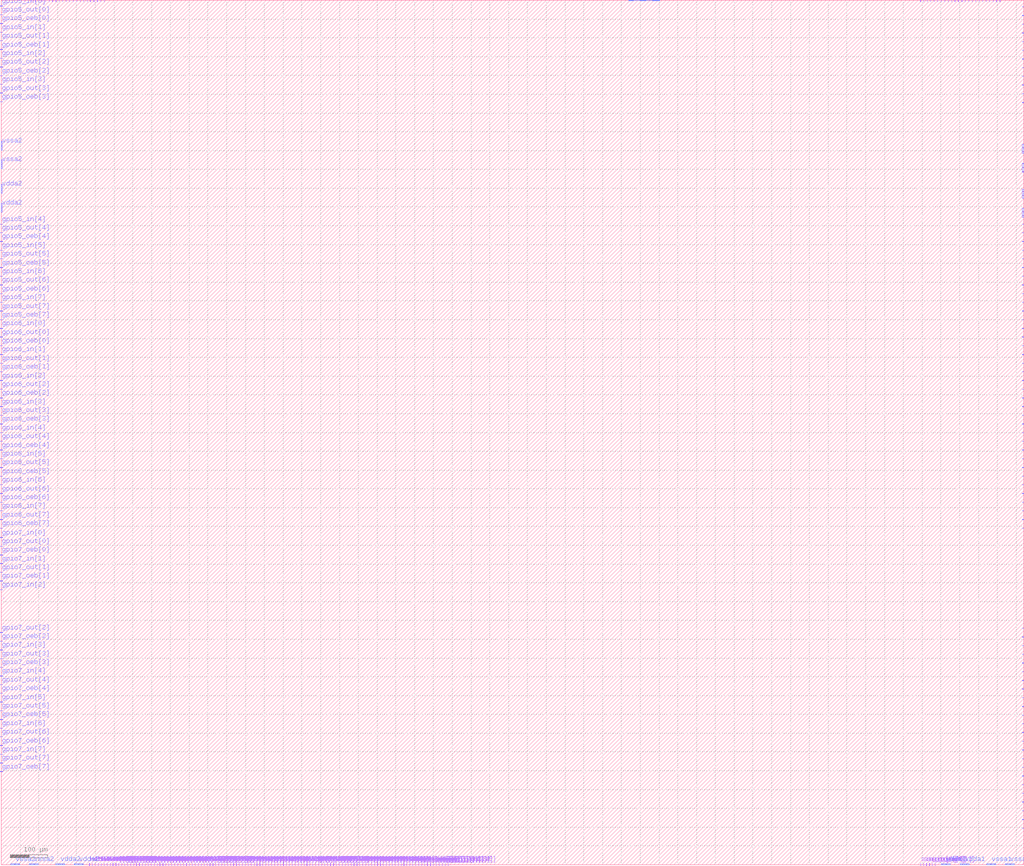
<source format=lef>
VERSION 5.7 ;
  NOWIREEXTENSIONATPIN ON ;
  DIVIDERCHAR "/" ;
  BUSBITCHARS "[]" ;
MACRO user_project_wrapper
  CLASS BLOCK ;
  FOREIGN user_project_wrapper ;
  ORIGIN 0.000 0.000 ;
  SIZE 2720.000 BY 2300.000 ;
  PIN gpio3_in[0]
    PORT
      LAYER met2 ;
        RECT 2657.050 2296.000 2657.330 2302.000 ;
    END
  END gpio3_in[0]
  PIN gpio3_in[1]
    PORT
      LAYER met2 ;
        RECT 2629.450 2296.000 2629.730 2302.000 ;
    END
  END gpio3_in[1]
  PIN gpio3_in[2]
    PORT
      LAYER met2 ;
        RECT 2601.850 2296.000 2602.130 2302.000 ;
    END
  END gpio3_in[2]
  PIN gpio3_in[3]
    PORT
      LAYER met2 ;
        RECT 2574.250 2296.000 2574.530 2302.000 ;
    END
  END gpio3_in[3]
  PIN gpio3_in[4]
    PORT
      LAYER met2 ;
        RECT 2546.650 2296.000 2546.930 2302.000 ;
    END
  END gpio3_in[4]
  PIN gpio3_in[5]
    PORT
      LAYER met2 ;
        RECT 2519.050 2296.000 2519.330 2302.000 ;
    END
  END gpio3_in[5]
  PIN gpio3_in[6]
    PORT
      LAYER met2 ;
        RECT 2491.450 2296.000 2491.730 2302.000 ;
    END
  END gpio3_in[6]
  PIN gpio3_in[7]
    PORT
      LAYER met2 ;
        RECT 2463.850 2296.000 2464.130 2302.000 ;
    END
  END gpio3_in[7]
  PIN gpio3_oeb[0]
    PORT
      LAYER met2 ;
        RECT 2638.650 2296.000 2638.930 2302.000 ;
    END
  END gpio3_oeb[0]
  PIN gpio3_oeb[1]
    PORT
      LAYER met2 ;
        RECT 2611.050 2296.000 2611.330 2302.000 ;
    END
  END gpio3_oeb[1]
  PIN gpio3_oeb[2]
    PORT
      LAYER met2 ;
        RECT 2583.450 2296.000 2583.730 2302.000 ;
    END
  END gpio3_oeb[2]
  PIN gpio3_oeb[3]
    PORT
      LAYER met2 ;
        RECT 2555.850 2296.000 2556.130 2302.000 ;
    END
  END gpio3_oeb[3]
  PIN gpio3_oeb[4]
    PORT
      LAYER met2 ;
        RECT 2528.250 2296.000 2528.530 2302.000 ;
    END
  END gpio3_oeb[4]
  PIN gpio3_oeb[5]
    PORT
      LAYER met2 ;
        RECT 2500.650 2296.000 2500.930 2302.000 ;
    END
  END gpio3_oeb[5]
  PIN gpio3_oeb[6]
    PORT
      LAYER met2 ;
        RECT 2473.050 2296.000 2473.330 2302.000 ;
    END
  END gpio3_oeb[6]
  PIN gpio3_oeb[7]
    PORT
      LAYER met2 ;
        RECT 2445.450 2296.000 2445.730 2302.000 ;
    END
  END gpio3_oeb[7]
  PIN gpio3_out[0]
    PORT
      LAYER met2 ;
        RECT 2647.850 2296.000 2648.130 2302.000 ;
    END
  END gpio3_out[0]
  PIN gpio3_out[1]
    PORT
      LAYER met2 ;
        RECT 2620.250 2296.000 2620.530 2302.000 ;
    END
  END gpio3_out[1]
  PIN gpio3_out[2]
    PORT
      LAYER met2 ;
        RECT 2592.650 2296.000 2592.930 2302.000 ;
    END
  END gpio3_out[2]
  PIN gpio3_out[3]
    PORT
      LAYER met2 ;
        RECT 2565.050 2296.000 2565.330 2302.000 ;
    END
  END gpio3_out[3]
  PIN gpio3_out[4]
    PORT
      LAYER met2 ;
        RECT 2537.450 2296.000 2537.730 2302.000 ;
    END
  END gpio3_out[4]
  PIN gpio3_out[5]
    PORT
      LAYER met2 ;
        RECT 2509.850 2296.000 2510.130 2302.000 ;
    END
  END gpio3_out[5]
  PIN gpio3_out[6]
    PORT
      LAYER met2 ;
        RECT 2482.250 2296.000 2482.530 2302.000 ;
    END
  END gpio3_out[6]
  PIN gpio3_out[7]
    PORT
      LAYER met2 ;
        RECT 2454.650 2296.000 2454.930 2302.000 ;
    END
  END gpio3_out[7]
  PIN gpio4_in[0]
    PORT
      LAYER met2 ;
        RECT 274.250 2296.000 274.530 2302.000 ;
    END
  END gpio4_in[0]
  PIN gpio4_in[1]
    PORT
      LAYER met2 ;
        RECT 246.650 2296.000 246.930 2302.000 ;
    END
  END gpio4_in[1]
  PIN gpio4_in[2]
    PORT
      LAYER met2 ;
        RECT 219.050 2296.000 219.330 2302.000 ;
    END
  END gpio4_in[2]
  PIN gpio4_in[3]
    PORT
      LAYER met2 ;
        RECT 191.450 2296.000 191.730 2302.000 ;
    END
  END gpio4_in[3]
  PIN gpio4_in[4]
    PORT
      LAYER met2 ;
        RECT 163.850 2296.000 164.130 2302.000 ;
    END
  END gpio4_in[4]
  PIN gpio4_in[5]
    PORT
      LAYER met2 ;
        RECT 136.250 2296.000 136.530 2302.000 ;
    END
  END gpio4_in[5]
  PIN gpio4_in[6]
    PORT
      LAYER met2 ;
        RECT 108.650 2296.000 108.930 2302.000 ;
    END
  END gpio4_in[6]
  PIN gpio4_in[7]
    PORT
      LAYER met2 ;
        RECT 81.050 2296.000 81.330 2302.000 ;
    END
  END gpio4_in[7]
  PIN gpio4_oeb[0]
    PORT
      LAYER met2 ;
        RECT 255.850 2296.000 256.130 2302.000 ;
    END
  END gpio4_oeb[0]
  PIN gpio4_oeb[1]
    PORT
      LAYER met2 ;
        RECT 228.250 2296.000 228.530 2302.000 ;
    END
  END gpio4_oeb[1]
  PIN gpio4_oeb[2]
    PORT
      LAYER met2 ;
        RECT 200.650 2296.000 200.930 2302.000 ;
    END
  END gpio4_oeb[2]
  PIN gpio4_oeb[3]
    PORT
      LAYER met2 ;
        RECT 173.050 2296.000 173.330 2302.000 ;
    END
  END gpio4_oeb[3]
  PIN gpio4_oeb[4]
    PORT
      LAYER met2 ;
        RECT 145.450 2296.000 145.730 2302.000 ;
    END
  END gpio4_oeb[4]
  PIN gpio4_oeb[5]
    PORT
      LAYER met2 ;
        RECT 117.850 2296.000 118.130 2302.000 ;
    END
  END gpio4_oeb[5]
  PIN gpio4_oeb[6]
    PORT
      LAYER met2 ;
        RECT 90.250 2296.000 90.530 2302.000 ;
    END
  END gpio4_oeb[6]
  PIN gpio4_oeb[7]
    PORT
      LAYER met2 ;
        RECT 62.650 2296.000 62.930 2302.000 ;
    END
  END gpio4_oeb[7]
  PIN gpio4_out[0]
    PORT
      LAYER met2 ;
        RECT 265.050 2296.000 265.330 2302.000 ;
    END
  END gpio4_out[0]
  PIN gpio4_out[1]
    PORT
      LAYER met2 ;
        RECT 237.450 2296.000 237.730 2302.000 ;
    END
  END gpio4_out[1]
  PIN gpio4_out[2]
    PORT
      LAYER met2 ;
        RECT 209.850 2296.000 210.130 2302.000 ;
    END
  END gpio4_out[2]
  PIN gpio4_out[3]
    PORT
      LAYER met2 ;
        RECT 182.250 2296.000 182.530 2302.000 ;
    END
  END gpio4_out[3]
  PIN gpio4_out[4]
    PORT
      LAYER met2 ;
        RECT 154.650 2296.000 154.930 2302.000 ;
    END
  END gpio4_out[4]
  PIN gpio4_out[5]
    PORT
      LAYER met2 ;
        RECT 127.050 2296.000 127.330 2302.000 ;
    END
  END gpio4_out[5]
  PIN gpio4_out[6]
    PORT
      LAYER met2 ;
        RECT 99.450 2296.000 99.730 2302.000 ;
    END
  END gpio4_out[6]
  PIN gpio4_out[7]
    PORT
      LAYER met2 ;
        RECT 71.850 2296.000 72.130 2302.000 ;
    END
  END gpio4_out[7]
  PIN HWDATA[18]
    PORT
      LAYER met2 ;
        RECT 649.110 -2.000 649.390 4.000 ;
    END
  END HWDATA[18]
  PIN HWDATA[19]
    PORT
      LAYER met2 ;
        RECT 656.930 -2.000 657.210 4.000 ;
    END
  END HWDATA[19]
  PIN HWDATA[1]
    PORT
      LAYER met2 ;
        RECT 516.170 -2.000 516.450 4.000 ;
    END
  END HWDATA[1]
  PIN HWDATA[20]
    PORT
      LAYER met2 ;
        RECT 664.750 -2.000 665.030 4.000 ;
    END
  END HWDATA[20]
  PIN HWDATA[21]
    PORT
      LAYER met2 ;
        RECT 672.570 -2.000 672.850 4.000 ;
    END
  END HWDATA[21]
  PIN HWDATA[22]
    PORT
      LAYER met2 ;
        RECT 680.390 -2.000 680.670 4.000 ;
    END
  END HWDATA[22]
  PIN HWDATA[23]
    PORT
      LAYER met2 ;
        RECT 688.210 -2.000 688.490 4.000 ;
    END
  END HWDATA[23]
  PIN HWDATA[24]
    PORT
      LAYER met2 ;
        RECT 696.030 -2.000 696.310 4.000 ;
    END
  END HWDATA[24]
  PIN HWDATA[25]
    PORT
      LAYER met2 ;
        RECT 703.850 -2.000 704.130 4.000 ;
    END
  END HWDATA[25]
  PIN HWDATA[2]
    PORT
      LAYER met2 ;
        RECT 523.990 -2.000 524.270 4.000 ;
    END
  END HWDATA[2]
  PIN HWDATA[3]
    PORT
      LAYER met2 ;
        RECT 531.810 -2.000 532.090 4.000 ;
    END
  END HWDATA[3]
  PIN HWDATA[4]
    PORT
      LAYER met2 ;
        RECT 539.630 -2.000 539.910 4.000 ;
    END
  END HWDATA[4]
  PIN HWDATA[5]
    PORT
      LAYER met2 ;
        RECT 547.450 -2.000 547.730 4.000 ;
    END
  END HWDATA[5]
  PIN HWDATA[6]
    PORT
      LAYER met2 ;
        RECT 555.270 -2.000 555.550 4.000 ;
    END
  END HWDATA[6]
  PIN HWDATA[7]
    PORT
      LAYER met2 ;
        RECT 563.090 -2.000 563.370 4.000 ;
    END
  END HWDATA[7]
  PIN HWDATA[8]
    PORT
      LAYER met2 ;
        RECT 570.910 -2.000 571.190 4.000 ;
    END
  END HWDATA[8]
  PIN HWDATA[9]
    PORT
      LAYER met2 ;
        RECT 578.730 -2.000 579.010 4.000 ;
    END
  END HWDATA[9]
  PIN HADDR[0]
    PORT
      LAYER met2 ;
        RECT 258.110 -2.000 258.390 4.000 ;
    END
  END HADDR[0]
  PIN HADDR[10]
    PORT
      LAYER met2 ;
        RECT 336.310 -2.000 336.590 4.000 ;
    END
  END HADDR[10]
  PIN HADDR[11]
    PORT
      LAYER met2 ;
        RECT 344.130 -2.000 344.410 4.000 ;
    END
  END HADDR[11]
  PIN HADDR[12]
    PORT
      LAYER met2 ;
        RECT 351.950 -2.000 352.230 4.000 ;
    END
  END HADDR[12]
  PIN HADDR[13]
    PORT
      LAYER met2 ;
        RECT 359.770 -2.000 360.050 4.000 ;
    END
  END HADDR[13]
  PIN HADDR[14]
    PORT
      LAYER met2 ;
        RECT 367.590 -2.000 367.870 4.000 ;
    END
  END HADDR[14]
  PIN HADDR[15]
    PORT
      LAYER met2 ;
        RECT 375.410 -2.000 375.690 4.000 ;
    END
  END HADDR[15]
  PIN HADDR[16]
    PORT
      LAYER met2 ;
        RECT 383.230 -2.000 383.510 4.000 ;
    END
  END HADDR[16]
  PIN HADDR[17]
    PORT
      LAYER met2 ;
        RECT 391.050 -2.000 391.330 4.000 ;
    END
  END HADDR[17]
  PIN HADDR[18]
    PORT
      LAYER met2 ;
        RECT 398.870 -2.000 399.150 4.000 ;
    END
  END HADDR[18]
  PIN HADDR[19]
    PORT
      LAYER met2 ;
        RECT 406.690 -2.000 406.970 4.000 ;
    END
  END HADDR[19]
  PIN HADDR[1]
    PORT
      LAYER met2 ;
        RECT 265.930 -2.000 266.210 4.000 ;
    END
  END HADDR[1]
  PIN HADDR[20]
    PORT
      LAYER met2 ;
        RECT 414.510 -2.000 414.790 4.000 ;
    END
  END HADDR[20]
  PIN HADDR[21]
    PORT
      LAYER met2 ;
        RECT 422.330 -2.000 422.610 4.000 ;
    END
  END HADDR[21]
  PIN HADDR[22]
    PORT
      LAYER met2 ;
        RECT 430.150 -2.000 430.430 4.000 ;
    END
  END HADDR[22]
  PIN HADDR[23]
    PORT
      LAYER met2 ;
        RECT 437.970 -2.000 438.250 4.000 ;
    END
  END HADDR[23]
  PIN HADDR[24]
    PORT
      LAYER met2 ;
        RECT 445.790 -2.000 446.070 4.000 ;
    END
  END HADDR[24]
  PIN HADDR[25]
    PORT
      LAYER met2 ;
        RECT 453.610 -2.000 453.890 4.000 ;
    END
  END HADDR[25]
  PIN HADDR[26]
    PORT
      LAYER met2 ;
        RECT 461.430 -2.000 461.710 4.000 ;
    END
  END HADDR[26]
  PIN HADDR[27]
    PORT
      LAYER met2 ;
        RECT 469.250 -2.000 469.530 4.000 ;
    END
  END HADDR[27]
  PIN HADDR[28]
    PORT
      LAYER met2 ;
        RECT 477.070 -2.000 477.350 4.000 ;
    END
  END HADDR[28]
  PIN HADDR[29]
    PORT
      LAYER met2 ;
        RECT 484.890 -2.000 485.170 4.000 ;
    END
  END HADDR[29]
  PIN HADDR[2]
    PORT
      LAYER met2 ;
        RECT 273.750 -2.000 274.030 4.000 ;
    END
  END HADDR[2]
  PIN HADDR[30]
    PORT
      LAYER met2 ;
        RECT 492.710 -2.000 492.990 4.000 ;
    END
  END HADDR[30]
  PIN HADDR[31]
    PORT
      LAYER met2 ;
        RECT 500.530 -2.000 500.810 4.000 ;
    END
  END HADDR[31]
  PIN HADDR[3]
    PORT
      LAYER met2 ;
        RECT 281.570 -2.000 281.850 4.000 ;
    END
  END HADDR[3]
  PIN HADDR[4]
    PORT
      LAYER met2 ;
        RECT 289.390 -2.000 289.670 4.000 ;
    END
  END HADDR[4]
  PIN HADDR[5]
    PORT
      LAYER met2 ;
        RECT 297.210 -2.000 297.490 4.000 ;
    END
  END HADDR[5]
  PIN HADDR[6]
    PORT
      LAYER met2 ;
        RECT 305.030 -2.000 305.310 4.000 ;
    END
  END HADDR[6]
  PIN HADDR[7]
    PORT
      LAYER met2 ;
        RECT 312.850 -2.000 313.130 4.000 ;
    END
  END HADDR[7]
  PIN HADDR[8]
    PORT
      LAYER met2 ;
        RECT 320.670 -2.000 320.950 4.000 ;
    END
  END HADDR[8]
  PIN HADDR[9]
    PORT
      LAYER met2 ;
        RECT 328.490 -2.000 328.770 4.000 ;
    END
  END HADDR[9]
  PIN HCLK
    PORT
      LAYER met2 ;
        RECT 234.650 -2.000 234.930 4.000 ;
    END
  END HCLK
  PIN HRESETn
    PORT
      LAYER met2 ;
        RECT 242.470 -2.000 242.750 4.000 ;
    END
  END HRESETn
  PIN HSEL
    PORT
      LAYER met2 ;
        RECT 250.290 -2.000 250.570 4.000 ;
    END
  END HSEL
  PIN HWDATA[0]
    PORT
      LAYER met2 ;
        RECT 508.350 -2.000 508.630 4.000 ;
    END
  END HWDATA[0]
  PIN HWDATA[10]
    PORT
      LAYER met2 ;
        RECT 586.550 -2.000 586.830 4.000 ;
    END
  END HWDATA[10]
  PIN HWDATA[11]
    PORT
      LAYER met2 ;
        RECT 594.370 -2.000 594.650 4.000 ;
    END
  END HWDATA[11]
  PIN HWDATA[12]
    PORT
      LAYER met2 ;
        RECT 602.190 -2.000 602.470 4.000 ;
    END
  END HWDATA[12]
  PIN HWDATA[13]
    PORT
      LAYER met2 ;
        RECT 610.010 -2.000 610.290 4.000 ;
    END
  END HWDATA[13]
  PIN HWDATA[14]
    PORT
      LAYER met2 ;
        RECT 617.830 -2.000 618.110 4.000 ;
    END
  END HWDATA[14]
  PIN HWDATA[15]
    PORT
      LAYER met2 ;
        RECT 625.650 -2.000 625.930 4.000 ;
    END
  END HWDATA[15]
  PIN HWDATA[16]
    PORT
      LAYER met2 ;
        RECT 633.470 -2.000 633.750 4.000 ;
    END
  END HWDATA[16]
  PIN HWDATA[17]
    PORT
      LAYER met2 ;
        RECT 641.290 -2.000 641.570 4.000 ;
    END
  END HWDATA[17]
  PIN HRDATA[4]
    PORT
      LAYER met2 ;
        RECT 844.610 -2.000 844.890 4.000 ;
    END
  END HRDATA[4]
  PIN HRDATA[5]
    PORT
      LAYER met2 ;
        RECT 852.430 -2.000 852.710 4.000 ;
    END
  END HRDATA[5]
  PIN HRDATA[6]
    PORT
      LAYER met2 ;
        RECT 860.250 -2.000 860.530 4.000 ;
    END
  END HRDATA[6]
  PIN HRDATA[7]
    PORT
      LAYER met2 ;
        RECT 868.070 -2.000 868.350 4.000 ;
    END
  END HRDATA[7]
  PIN HREADY
    PORT
      LAYER met2 ;
        RECT 758.590 -2.000 758.870 4.000 ;
    END
  END HREADY
  PIN HWDATA[27]
    PORT
      LAYER met2 ;
        RECT 719.490 -2.000 719.770 4.000 ;
    END
  END HWDATA[27]
  PIN HWRITE
    PORT
      LAYER met2 ;
        RECT 766.410 -2.000 766.690 4.000 ;
    END
  END HWRITE
  PIN HSIZE[0]
    PORT
      LAYER met2 ;
        RECT 789.870 -2.000 790.150 4.000 ;
    END
  END HSIZE[0]
  PIN HSIZE[1]
    PORT
      LAYER met2 ;
        RECT 797.690 -2.000 797.970 4.000 ;
    END
  END HSIZE[1]
  PIN HSIZE[2]
    PORT
      LAYER met2 ;
        RECT 805.510 -2.000 805.790 4.000 ;
    END
  END HSIZE[2]
  PIN HTRANS[0]
    PORT
      LAYER met2 ;
        RECT 774.230 -2.000 774.510 4.000 ;
    END
  END HTRANS[0]
  PIN HTRANS[1]
    PORT
      LAYER met2 ;
        RECT 782.050 -2.000 782.330 4.000 ;
    END
  END HTRANS[1]
  PIN HWDATA[28]
    PORT
      LAYER met2 ;
        RECT 727.310 -2.000 727.590 4.000 ;
    END
  END HWDATA[28]
  PIN HWDATA[29]
    PORT
      LAYER met2 ;
        RECT 735.130 -2.000 735.410 4.000 ;
    END
  END HWDATA[29]
  PIN HWDATA[26]
    PORT
      LAYER met2 ;
        RECT 711.670 -2.000 711.950 4.000 ;
    END
  END HWDATA[26]
  PIN HWDATA[30]
    PORT
      LAYER met2 ;
        RECT 742.950 -2.000 743.230 4.000 ;
    END
  END HWDATA[30]
  PIN HWDATA[31]
    PORT
      LAYER met2 ;
        RECT 750.770 -2.000 751.050 4.000 ;
    END
  END HWDATA[31]
  PIN HRDATA[0]
    PORT
      LAYER met2 ;
        RECT 813.330 -2.000 813.610 4.000 ;
    END
  END HRDATA[0]
  PIN HRDATA[1]
    PORT
      LAYER met2 ;
        RECT 821.150 -2.000 821.430 4.000 ;
    END
  END HRDATA[1]
  PIN HRDATA[2]
    PORT
      LAYER met2 ;
        RECT 828.970 -2.000 829.250 4.000 ;
    END
  END HRDATA[2]
  PIN HRDATA[3]
    PORT
      LAYER met2 ;
        RECT 836.790 -2.000 837.070 4.000 ;
    END
  END HRDATA[3]
  PIN HRDATA[12]
    PORT
      LAYER met2 ;
        RECT 907.170 -2.000 907.450 4.000 ;
    END
  END HRDATA[12]
  PIN HRDATA[13]
    PORT
      LAYER met2 ;
        RECT 914.990 -2.000 915.270 4.000 ;
    END
  END HRDATA[13]
  PIN HRDATA[14]
    PORT
      LAYER met2 ;
        RECT 922.810 -2.000 923.090 4.000 ;
    END
  END HRDATA[14]
  PIN HRDATA[15]
    PORT
      LAYER met2 ;
        RECT 930.630 -2.000 930.910 4.000 ;
    END
  END HRDATA[15]
  PIN HRDATA[16]
    PORT
      LAYER met2 ;
        RECT 938.450 -2.000 938.730 4.000 ;
    END
  END HRDATA[16]
  PIN HRDATA[8]
    PORT
      LAYER met2 ;
        RECT 875.890 -2.000 876.170 4.000 ;
    END
  END HRDATA[8]
  PIN HRDATA[9]
    PORT
      LAYER met2 ;
        RECT 883.710 -2.000 883.990 4.000 ;
    END
  END HRDATA[9]
  PIN HRDATA[17]
    PORT
      LAYER met2 ;
        RECT 946.270 -2.000 946.550 4.000 ;
    END
  END HRDATA[17]
  PIN HREADYOUT
    PORT
      LAYER met2 ;
        RECT 1063.570 -2.000 1063.850 4.000 ;
    END
  END HREADYOUT
  PIN HRDATA[18]
    PORT
      LAYER met2 ;
        RECT 954.090 -2.000 954.370 4.000 ;
    END
  END HRDATA[18]
  PIN HRDATA[19]
    PORT
      LAYER met2 ;
        RECT 961.910 -2.000 962.190 4.000 ;
    END
  END HRDATA[19]
  PIN HRDATA[10]
    PORT
      LAYER met2 ;
        RECT 891.530 -2.000 891.810 4.000 ;
    END
  END HRDATA[10]
  PIN HRDATA[20]
    PORT
      LAYER met2 ;
        RECT 969.730 -2.000 970.010 4.000 ;
    END
  END HRDATA[20]
  PIN HRDATA[21]
    PORT
      LAYER met2 ;
        RECT 977.550 -2.000 977.830 4.000 ;
    END
  END HRDATA[21]
  PIN HRDATA[22]
    PORT
      LAYER met2 ;
        RECT 985.370 -2.000 985.650 4.000 ;
    END
  END HRDATA[22]
  PIN HRDATA[23]
    PORT
      LAYER met2 ;
        RECT 993.190 -2.000 993.470 4.000 ;
    END
  END HRDATA[23]
  PIN HRDATA[24]
    PORT
      LAYER met2 ;
        RECT 1001.010 -2.000 1001.290 4.000 ;
    END
  END HRDATA[24]
  PIN user_irq[0]
    PORT
      LAYER met2 ;
        RECT 1071.390 -2.000 1071.670 4.000 ;
    END
  END user_irq[0]
  PIN user_irq[10]
    PORT
      LAYER met2 ;
        RECT 1149.590 -2.000 1149.870 4.000 ;
    END
  END user_irq[10]
  PIN user_irq[11]
    PORT
      LAYER met2 ;
        RECT 1157.410 -2.000 1157.690 4.000 ;
    END
  END user_irq[11]
  PIN user_irq[12]
    PORT
      LAYER met2 ;
        RECT 1165.230 -2.000 1165.510 4.000 ;
    END
  END user_irq[12]
  PIN user_irq[13]
    PORT
      LAYER met2 ;
        RECT 1173.050 -2.000 1173.330 4.000 ;
    END
  END user_irq[13]
  PIN user_irq[14]
    PORT
      LAYER met2 ;
        RECT 1180.870 -2.000 1181.150 4.000 ;
    END
  END user_irq[14]
  PIN user_irq[15]
    PORT
      LAYER met2 ;
        RECT 1188.690 -2.000 1188.970 4.000 ;
    END
  END user_irq[15]
  PIN user_irq[1]
    PORT
      LAYER met2 ;
        RECT 1079.210 -2.000 1079.490 4.000 ;
    END
  END user_irq[1]
  PIN user_irq[2]
    PORT
      LAYER met2 ;
        RECT 1087.030 -2.000 1087.310 4.000 ;
    END
  END user_irq[2]
  PIN user_irq[3]
    PORT
      LAYER met2 ;
        RECT 1094.850 -2.000 1095.130 4.000 ;
    END
  END user_irq[3]
  PIN user_irq[4]
    PORT
      LAYER met2 ;
        RECT 1102.670 -2.000 1102.950 4.000 ;
    END
  END user_irq[4]
  PIN user_irq[5]
    PORT
      LAYER met2 ;
        RECT 1110.490 -2.000 1110.770 4.000 ;
    END
  END user_irq[5]
  PIN user_irq[6]
    PORT
      LAYER met2 ;
        RECT 1118.310 -2.000 1118.590 4.000 ;
    END
  END user_irq[6]
  PIN user_irq[7]
    PORT
      LAYER met2 ;
        RECT 1126.130 -2.000 1126.410 4.000 ;
    END
  END user_irq[7]
  PIN user_irq[8]
    PORT
      LAYER met2 ;
        RECT 1133.950 -2.000 1134.230 4.000 ;
    END
  END user_irq[8]
  PIN user_irq[9]
    PORT
      LAYER met2 ;
        RECT 1141.770 -2.000 1142.050 4.000 ;
    END
  END user_irq[9]
  PIN HRDATA[25]
    PORT
      LAYER met2 ;
        RECT 1008.830 -2.000 1009.110 4.000 ;
    END
  END HRDATA[25]
  PIN HRDATA[26]
    PORT
      LAYER met2 ;
        RECT 1016.650 -2.000 1016.930 4.000 ;
    END
  END HRDATA[26]
  PIN HRDATA[27]
    PORT
      LAYER met2 ;
        RECT 1024.470 -2.000 1024.750 4.000 ;
    END
  END HRDATA[27]
  PIN HRDATA[28]
    PORT
      LAYER met2 ;
        RECT 1032.290 -2.000 1032.570 4.000 ;
    END
  END HRDATA[28]
  PIN HRDATA[29]
    PORT
      LAYER met2 ;
        RECT 1040.110 -2.000 1040.390 4.000 ;
    END
  END HRDATA[29]
  PIN HRDATA[11]
    PORT
      LAYER met2 ;
        RECT 899.350 -2.000 899.630 4.000 ;
    END
  END HRDATA[11]
  PIN HRDATA[30]
    PORT
      LAYER met2 ;
        RECT 1047.930 -2.000 1048.210 4.000 ;
    END
  END HRDATA[30]
  PIN HRDATA[31]
    PORT
      LAYER met2 ;
        RECT 1055.750 -2.000 1056.030 4.000 ;
    END
  END HRDATA[31]
  PIN sio_oeb[1]
    PORT
      LAYER met2 ;
        RECT 2485.070 -2.000 2485.350 4.000 ;
    END
  END sio_oeb[1]
  PIN sio_out[0]
    PORT
      LAYER met2 ;
        RECT 2453.790 -2.000 2454.070 4.000 ;
    END
  END sio_out[0]
  PIN sio_out[1]
    PORT
      LAYER met2 ;
        RECT 2477.250 -2.000 2477.530 4.000 ;
    END
  END sio_out[1]
  PIN sio_in[0]
    PORT
      LAYER met2 ;
        RECT 2445.970 -2.000 2446.250 4.000 ;
    END
  END sio_in[0]
  PIN sio_in[1]
    PORT
      LAYER met2 ;
        RECT 2469.430 -2.000 2469.710 4.000 ;
    END
  END sio_in[1]
  PIN sio_oeb[0]
    PORT
      LAYER met2 ;
        RECT 2461.610 -2.000 2461.890 4.000 ;
    END
  END sio_oeb[0]
  PIN vssa1
    PORT
      LAYER met4 ;
        RECT 2621.510 0.000 2645.410 3.190 ;
    END
    PORT
      LAYER met4 ;
        RECT 2671.405 0.000 2695.305 3.190 ;
    END
    PORT
      LAYER met3 ;
        RECT 2716.780 1842.855 2720.000 1866.755 ;
    END
    PORT
      LAYER met3 ;
        RECT 2716.780 1892.750 2720.000 1916.650 ;
    END
  END vssa1
  PIN vdda1
    PORT
      LAYER met4 ;
        RECT 2551.405 0.000 2575.305 3.190 ;
    END
    PORT
      LAYER met4 ;
        RECT 2501.510 0.000 2525.410 3.190 ;
    END
    PORT
      LAYER met3 ;
        RECT 2716.780 1772.755 2720.000 1796.655 ;
    END
    PORT
      LAYER met3 ;
        RECT 2716.780 1722.860 2720.000 1746.760 ;
    END
  END vdda1
  PIN vdda2
    PORT
      LAYER met4 ;
        RECT 194.590 0.000 218.490 3.190 ;
    END
    PORT
      LAYER met4 ;
        RECT 144.695 0.000 168.595 3.190 ;
    END
    PORT
      LAYER met3 ;
        RECT 0.000 1736.645 3.220 1760.545 ;
    END
    PORT
      LAYER met3 ;
        RECT 0.000 1786.540 3.220 1810.440 ;
    END
  END vdda2
  PIN vssa2
    PORT
      LAYER met4 ;
        RECT 24.695 0.000 48.595 3.190 ;
    END
    PORT
      LAYER met4 ;
        RECT 74.590 0.000 98.490 3.190 ;
    END
    PORT
      LAYER met3 ;
        RECT 0.000 1851.645 3.220 1875.545 ;
    END
    PORT
      LAYER met3 ;
        RECT 0.000 1901.540 3.220 1925.440 ;
    END
  END vssa2
  PIN voutref
    PORT
      LAYER met4 ;
        RECT 1669.965 2298.500 1670.605 2300.000 ;
    END
  END voutref
  PIN ibias100
    PORT
      LAYER met4 ;
        RECT 1695.565 2298.500 1696.205 2300.000 ;
    END
  END ibias100
  PIN ibias50
    PORT
      LAYER met4 ;
        RECT 1693.005 2298.500 1693.645 2300.000 ;
    END
  END ibias50
  PIN gpio3_1_analog
    PORT
      LAYER met4 ;
        RECT 1749.325 2298.500 1749.965 2300.000 ;
    END
  END gpio3_1_analog
  PIN gpio3_2_analog
    PORT
      LAYER met4 ;
        RECT 1746.765 2298.500 1747.405 2300.000 ;
    END
  END gpio3_2_analog
  PIN gpio3_3_analog
    PORT
      LAYER met4 ;
        RECT 1744.205 2298.500 1744.845 2300.000 ;
    END
  END gpio3_3_analog
  PIN gpio3_4_analog
    PORT
      LAYER met4 ;
        RECT 1741.645 2298.500 1742.285 2300.000 ;
    END
  END gpio3_4_analog
  PIN gpio3_5_analog
    PORT
      LAYER met4 ;
        RECT 1739.085 2298.500 1739.725 2300.000 ;
    END
  END gpio3_5_analog
  PIN gpio3_6_analog
    PORT
      LAYER met4 ;
        RECT 1736.525 2298.500 1737.165 2300.000 ;
    END
  END gpio3_6_analog
  PIN gpio3_7_analog
    PORT
      LAYER met4 ;
        RECT 1733.965 2298.500 1734.605 2300.000 ;
    END
  END gpio3_7_analog
  PIN gpio4_0_analog
    PORT
      LAYER met4 ;
        RECT 1731.405 2298.500 1732.045 2300.000 ;
    END
  END gpio4_0_analog
  PIN gpio4_1_analog
    PORT
      LAYER met4 ;
        RECT 1728.845 2298.500 1729.485 2300.000 ;
    END
  END gpio4_1_analog
  PIN gpio4_2_analog
    PORT
      LAYER met4 ;
        RECT 1726.285 2298.500 1726.925 2300.000 ;
    END
  END gpio4_2_analog
  PIN gpio4_3_analog
    PORT
      LAYER met4 ;
        RECT 1723.725 2298.500 1724.365 2300.000 ;
    END
  END gpio4_3_analog
  PIN gpio4_4_analog
    PORT
      LAYER met4 ;
        RECT 1721.165 2298.500 1721.805 2300.000 ;
    END
  END gpio4_4_analog
  PIN gpio4_5_analog
    PORT
      LAYER met4 ;
        RECT 1718.605 2298.500 1719.245 2300.000 ;
    END
  END gpio4_5_analog
  PIN gpio4_6_analog
    PORT
      LAYER met4 ;
        RECT 1716.045 2298.500 1716.685 2300.000 ;
    END
  END gpio4_6_analog
  PIN gpio4_7_analog
    PORT
      LAYER met4 ;
        RECT 1713.485 2298.500 1714.125 2300.000 ;
    END
  END gpio4_7_analog
  PIN ulpcomp_p
    PORT
      LAYER met4 ;
        RECT 1710.925 2298.500 1711.565 2300.000 ;
    END
  END ulpcomp_p
  PIN ulpcomp_n
    PORT
      LAYER met4 ;
        RECT 1708.365 2298.500 1709.005 2300.000 ;
    END
  END ulpcomp_n
  PIN comp_p
    PORT
      LAYER met4 ;
        RECT 1705.805 2298.500 1706.445 2300.000 ;
    END
  END comp_p
  PIN comp_n
    PORT
      LAYER met4 ;
        RECT 1703.245 2298.500 1703.885 2300.000 ;
    END
  END comp_n
  PIN adc1
    PORT
      LAYER met4 ;
        RECT 1700.685 2298.500 1701.325 2300.000 ;
    END
  END adc1
  PIN adc0
    PORT
      LAYER met4 ;
        RECT 1698.125 2298.500 1698.765 2300.000 ;
    END
  END adc0
  PIN vbgsc
    PORT
      LAYER met4 ;
        RECT 1690.445 2298.500 1691.085 2300.000 ;
    END
  END vbgsc
  PIN vbgtc
    PORT
      LAYER met4 ;
        RECT 1687.885 2298.500 1688.525 2300.000 ;
    END
  END vbgtc
  PIN dac1
    PORT
      LAYER met4 ;
        RECT 1685.325 2298.500 1685.965 2300.000 ;
    END
  END dac1
  PIN dac0
    PORT
      LAYER met4 ;
        RECT 1682.765 2298.500 1683.405 2300.000 ;
    END
  END dac0
  PIN tempsense
    PORT
      LAYER met4 ;
        RECT 1680.205 2298.500 1680.845 2300.000 ;
    END
  END tempsense
  PIN right_vref
    PORT
      LAYER met4 ;
        RECT 1677.645 2298.500 1678.285 2300.000 ;
    END
  END right_vref
  PIN left_vref
    PORT
      LAYER met4 ;
        RECT 1675.085 2298.500 1675.725 2300.000 ;
    END
  END left_vref
  PIN vinref
    PORT
      LAYER met4 ;
        RECT 1672.525 2298.500 1673.165 2300.000 ;
    END
  END vinref
  PIN gpio3_0_analog
    PORT
      LAYER met4 ;
        RECT 1751.885 2298.500 1752.525 2300.000 ;
    END
  END gpio3_0_analog
  PIN gpio1_out[5]
    PORT
      LAYER met3 ;
        RECT 2716.000 1264.840 2722.000 1265.440 ;
    END
  END gpio1_out[5]
  PIN gpio1_oeb[5]
    PORT
      LAYER met3 ;
        RECT 2716.000 1287.960 2722.000 1288.560 ;
    END
  END gpio1_oeb[5]
  PIN gpio1_oeb[6]
    PORT
      LAYER met3 ;
        RECT 2716.000 1357.320 2722.000 1357.920 ;
    END
  END gpio1_oeb[6]
  PIN gpio1_oeb[7]
    PORT
      LAYER met3 ;
        RECT 2716.000 1426.680 2722.000 1427.280 ;
    END
  END gpio1_oeb[7]
  PIN gpio1_in[6]
    PORT
      LAYER met3 ;
        RECT 2716.000 1311.080 2722.000 1311.680 ;
    END
  END gpio1_in[6]
  PIN gpio1_out[6]
    PORT
      LAYER met3 ;
        RECT 2716.000 1334.200 2722.000 1334.800 ;
    END
  END gpio1_out[6]
  PIN gpio1_out[7]
    PORT
      LAYER met3 ;
        RECT 2716.000 1403.560 2722.000 1404.160 ;
    END
  END gpio1_out[7]
  PIN gpio2_in[0]
    PORT
      LAYER met3 ;
        RECT 2716.000 1449.800 2722.000 1450.400 ;
    END
  END gpio2_in[0]
  PIN gpio2_in[1]
    PORT
      LAYER met3 ;
        RECT 2716.000 1519.160 2722.000 1519.760 ;
    END
  END gpio2_in[1]
  PIN gpio2_in[2]
    PORT
      LAYER met3 ;
        RECT 2716.000 1588.520 2722.000 1589.120 ;
    END
  END gpio2_in[2]
  PIN gpio2_in[3]
    PORT
      LAYER met3 ;
        RECT 2716.000 1657.880 2722.000 1658.480 ;
    END
  END gpio2_in[3]
  PIN gpio2_in[4]
    PORT
      LAYER met3 ;
        RECT 2716.000 2027.800 2722.000 2028.400 ;
    END
  END gpio2_in[4]
  PIN gpio2_in[5]
    PORT
      LAYER met3 ;
        RECT 2716.000 2097.160 2722.000 2097.760 ;
    END
  END gpio2_in[5]
  PIN gpio2_in[6]
    PORT
      LAYER met3 ;
        RECT 2716.000 2166.520 2722.000 2167.120 ;
    END
  END gpio2_in[6]
  PIN gpio2_in[7]
    PORT
      LAYER met3 ;
        RECT 2716.000 2235.880 2722.000 2236.480 ;
    END
  END gpio2_in[7]
  PIN gpio2_oeb[0]
    PORT
      LAYER met3 ;
        RECT 2716.000 1496.040 2722.000 1496.640 ;
    END
  END gpio2_oeb[0]
  PIN gpio2_oeb[1]
    PORT
      LAYER met3 ;
        RECT 2716.000 1565.400 2722.000 1566.000 ;
    END
  END gpio2_oeb[1]
  PIN gpio2_oeb[2]
    PORT
      LAYER met3 ;
        RECT 2716.000 1634.760 2722.000 1635.360 ;
    END
  END gpio2_oeb[2]
  PIN gpio2_oeb[3]
    PORT
      LAYER met3 ;
        RECT 2716.000 1704.120 2722.000 1704.720 ;
    END
  END gpio2_oeb[3]
  PIN gpio2_oeb[4]
    PORT
      LAYER met3 ;
        RECT 2716.000 2074.040 2722.000 2074.640 ;
    END
  END gpio2_oeb[4]
  PIN gpio2_oeb[5]
    PORT
      LAYER met3 ;
        RECT 2716.000 2143.400 2722.000 2144.000 ;
    END
  END gpio2_oeb[5]
  PIN gpio2_oeb[6]
    PORT
      LAYER met3 ;
        RECT 2716.000 2212.760 2722.000 2213.360 ;
    END
  END gpio2_oeb[6]
  PIN gpio2_oeb[7]
    PORT
      LAYER met3 ;
        RECT 2716.000 2282.120 2722.000 2282.720 ;
    END
  END gpio2_oeb[7]
  PIN gpio2_out[0]
    PORT
      LAYER met3 ;
        RECT 2716.000 1472.920 2722.000 1473.520 ;
    END
  END gpio2_out[0]
  PIN gpio2_out[1]
    PORT
      LAYER met3 ;
        RECT 2716.000 1542.280 2722.000 1542.880 ;
    END
  END gpio2_out[1]
  PIN gpio2_out[2]
    PORT
      LAYER met3 ;
        RECT 2716.000 1611.640 2722.000 1612.240 ;
    END
  END gpio2_out[2]
  PIN gpio2_out[3]
    PORT
      LAYER met3 ;
        RECT 2716.000 1681.000 2722.000 1681.600 ;
    END
  END gpio2_out[3]
  PIN gpio2_out[4]
    PORT
      LAYER met3 ;
        RECT 2716.000 2050.920 2722.000 2051.520 ;
    END
  END gpio2_out[4]
  PIN gpio2_out[5]
    PORT
      LAYER met3 ;
        RECT 2716.000 2120.280 2722.000 2120.880 ;
    END
  END gpio2_out[5]
  PIN gpio2_out[6]
    PORT
      LAYER met3 ;
        RECT 2716.000 2189.640 2722.000 2190.240 ;
    END
  END gpio2_out[6]
  PIN gpio2_out[7]
    PORT
      LAYER met3 ;
        RECT 2716.000 2259.000 2722.000 2259.600 ;
    END
  END gpio2_out[7]
  PIN gpio1_in[7]
    PORT
      LAYER met3 ;
        RECT 2716.000 1380.440 2722.000 1381.040 ;
    END
  END gpio1_in[7]
  PIN gpio1_oeb[4]
    PORT
      LAYER met3 ;
        RECT 2716.000 1218.600 2722.000 1219.200 ;
    END
  END gpio1_oeb[4]
  PIN gpio1_out[4]
    PORT
      LAYER met3 ;
        RECT 2716.000 1195.480 2722.000 1196.080 ;
    END
  END gpio1_out[4]
  PIN gpio1_in[5]
    PORT
      LAYER met3 ;
        RECT 2716.000 1241.720 2722.000 1242.320 ;
    END
  END gpio1_in[5]
  PIN gpio5_in[7]
    PORT
      LAYER met3 ;
        RECT -2.000 1496.040 4.000 1496.640 ;
    END
  END gpio5_in[7]
  PIN gpio5_oeb[0]
    PORT
      LAYER met3 ;
        RECT -2.000 2237.880 4.000 2238.480 ;
    END
  END gpio5_oeb[0]
  PIN gpio5_oeb[1]
    PORT
      LAYER met3 ;
        RECT -2.000 2168.520 4.000 2169.120 ;
    END
  END gpio5_oeb[1]
  PIN gpio5_oeb[2]
    PORT
      LAYER met3 ;
        RECT -2.000 2099.160 4.000 2099.760 ;
    END
  END gpio5_oeb[2]
  PIN gpio5_oeb[3]
    PORT
      LAYER met3 ;
        RECT -2.000 2029.800 4.000 2030.400 ;
    END
  END gpio5_oeb[3]
  PIN gpio5_oeb[4]
    PORT
      LAYER met3 ;
        RECT -2.000 1657.880 4.000 1658.480 ;
    END
  END gpio5_oeb[4]
  PIN gpio5_oeb[5]
    PORT
      LAYER met3 ;
        RECT -2.000 1588.520 4.000 1589.120 ;
    END
  END gpio5_oeb[5]
  PIN gpio5_oeb[6]
    PORT
      LAYER met3 ;
        RECT -2.000 1519.160 4.000 1519.760 ;
    END
  END gpio5_oeb[6]
  PIN gpio5_oeb[7]
    PORT
      LAYER met3 ;
        RECT -2.000 1449.800 4.000 1450.400 ;
    END
  END gpio5_oeb[7]
  PIN gpio5_out[0]
    PORT
      LAYER met3 ;
        RECT -2.000 2261.000 4.000 2261.600 ;
    END
  END gpio5_out[0]
  PIN gpio5_out[1]
    PORT
      LAYER met3 ;
        RECT -2.000 2191.640 4.000 2192.240 ;
    END
  END gpio5_out[1]
  PIN gpio5_out[2]
    PORT
      LAYER met3 ;
        RECT -2.000 2122.280 4.000 2122.880 ;
    END
  END gpio5_out[2]
  PIN gpio5_out[3]
    PORT
      LAYER met3 ;
        RECT -2.000 2052.920 4.000 2053.520 ;
    END
  END gpio5_out[3]
  PIN gpio5_out[4]
    PORT
      LAYER met3 ;
        RECT -2.000 1681.000 4.000 1681.600 ;
    END
  END gpio5_out[4]
  PIN gpio5_out[5]
    PORT
      LAYER met3 ;
        RECT -2.000 1611.640 4.000 1612.240 ;
    END
  END gpio5_out[5]
  PIN gpio5_out[6]
    PORT
      LAYER met3 ;
        RECT -2.000 1542.280 4.000 1542.880 ;
    END
  END gpio5_out[6]
  PIN gpio5_out[7]
    PORT
      LAYER met3 ;
        RECT -2.000 1472.920 4.000 1473.520 ;
    END
  END gpio5_out[7]
  PIN gpio6_in[0]
    PORT
      LAYER met3 ;
        RECT -2.000 1426.680 4.000 1427.280 ;
    END
  END gpio6_in[0]
  PIN gpio6_in[1]
    PORT
      LAYER met3 ;
        RECT -2.000 1357.320 4.000 1357.920 ;
    END
  END gpio6_in[1]
  PIN gpio6_in[2]
    PORT
      LAYER met3 ;
        RECT -2.000 1287.960 4.000 1288.560 ;
    END
  END gpio6_in[2]
  PIN gpio6_oeb[0]
    PORT
      LAYER met3 ;
        RECT -2.000 1380.440 4.000 1381.040 ;
    END
  END gpio6_oeb[0]
  PIN gpio6_oeb[1]
    PORT
      LAYER met3 ;
        RECT -2.000 1311.080 4.000 1311.680 ;
    END
  END gpio6_oeb[1]
  PIN gpio6_out[0]
    PORT
      LAYER met3 ;
        RECT -2.000 1403.560 4.000 1404.160 ;
    END
  END gpio6_out[0]
  PIN gpio6_out[1]
    PORT
      LAYER met3 ;
        RECT -2.000 1334.200 4.000 1334.800 ;
    END
  END gpio6_out[1]
  PIN gpio5_in[0]
    PORT
      LAYER met3 ;
        RECT -2.000 2284.120 4.000 2284.720 ;
    END
  END gpio5_in[0]
  PIN gpio5_in[1]
    PORT
      LAYER met3 ;
        RECT -2.000 2214.760 4.000 2215.360 ;
    END
  END gpio5_in[1]
  PIN gpio5_in[2]
    PORT
      LAYER met3 ;
        RECT -2.000 2145.400 4.000 2146.000 ;
    END
  END gpio5_in[2]
  PIN gpio5_in[3]
    PORT
      LAYER met3 ;
        RECT -2.000 2076.040 4.000 2076.640 ;
    END
  END gpio5_in[3]
  PIN gpio5_in[4]
    PORT
      LAYER met3 ;
        RECT -2.000 1704.120 4.000 1704.720 ;
    END
  END gpio5_in[4]
  PIN gpio6_out[3]
    PORT
      LAYER met3 ;
        RECT -2.000 1195.480 4.000 1196.080 ;
    END
  END gpio6_out[3]
  PIN gpio6_in[3]
    PORT
      LAYER met3 ;
        RECT -2.000 1218.600 4.000 1219.200 ;
    END
  END gpio6_in[3]
  PIN gpio6_oeb[2]
    PORT
      LAYER met3 ;
        RECT -2.000 1241.720 4.000 1242.320 ;
    END
  END gpio6_oeb[2]
  PIN gpio6_out[2]
    PORT
      LAYER met3 ;
        RECT -2.000 1264.840 4.000 1265.440 ;
    END
  END gpio6_out[2]
  PIN gpio5_in[5]
    PORT
      LAYER met3 ;
        RECT -2.000 1634.760 4.000 1635.360 ;
    END
  END gpio5_in[5]
  PIN gpio5_in[6]
    PORT
      LAYER met3 ;
        RECT -2.000 1565.400 4.000 1566.000 ;
    END
  END gpio5_in[6]
  PIN gpio6_out[6]
    PORT
      LAYER met3 ;
        RECT -2.000 987.400 4.000 988.000 ;
    END
  END gpio6_out[6]
  PIN gpio6_out[7]
    PORT
      LAYER met3 ;
        RECT -2.000 918.040 4.000 918.640 ;
    END
  END gpio6_out[7]
  PIN gpio7_in[0]
    PORT
      LAYER met3 ;
        RECT -2.000 870.320 4.000 870.920 ;
    END
  END gpio7_in[0]
  PIN gpio7_in[1]
    PORT
      LAYER met3 ;
        RECT -2.000 800.960 4.000 801.560 ;
    END
  END gpio7_in[1]
  PIN gpio7_in[2]
    PORT
      LAYER met3 ;
        RECT -2.000 731.600 4.000 732.200 ;
    END
  END gpio7_in[2]
  PIN gpio7_in[3]
    PORT
      LAYER met3 ;
        RECT -2.000 571.240 4.000 571.840 ;
    END
  END gpio7_in[3]
  PIN gpio7_in[4]
    PORT
      LAYER met3 ;
        RECT -2.000 501.880 4.000 502.480 ;
    END
  END gpio7_in[4]
  PIN gpio7_in[5]
    PORT
      LAYER met3 ;
        RECT -2.000 432.520 4.000 433.120 ;
    END
  END gpio7_in[5]
  PIN gpio7_in[6]
    PORT
      LAYER met3 ;
        RECT -2.000 363.160 4.000 363.760 ;
    END
  END gpio7_in[6]
  PIN gpio7_in[7]
    PORT
      LAYER met3 ;
        RECT -2.000 293.800 4.000 294.400 ;
    END
  END gpio7_in[7]
  PIN gpio7_oeb[0]
    PORT
      LAYER met3 ;
        RECT -2.000 824.080 4.000 824.680 ;
    END
  END gpio7_oeb[0]
  PIN gpio7_oeb[1]
    PORT
      LAYER met3 ;
        RECT -2.000 754.720 4.000 755.320 ;
    END
  END gpio7_oeb[1]
  PIN gpio7_oeb[2]
    PORT
      LAYER met3 ;
        RECT -2.000 594.360 4.000 594.960 ;
    END
  END gpio7_oeb[2]
  PIN gpio7_oeb[3]
    PORT
      LAYER met3 ;
        RECT -2.000 525.000 4.000 525.600 ;
    END
  END gpio7_oeb[3]
  PIN gpio7_oeb[4]
    PORT
      LAYER met3 ;
        RECT -2.000 455.640 4.000 456.240 ;
    END
  END gpio7_oeb[4]
  PIN gpio7_oeb[5]
    PORT
      LAYER met3 ;
        RECT -2.000 386.280 4.000 386.880 ;
    END
  END gpio7_oeb[5]
  PIN gpio7_oeb[6]
    PORT
      LAYER met3 ;
        RECT -2.000 316.920 4.000 317.520 ;
    END
  END gpio7_oeb[6]
  PIN gpio7_oeb[7]
    PORT
      LAYER met3 ;
        RECT -2.000 247.560 4.000 248.160 ;
    END
  END gpio7_oeb[7]
  PIN gpio7_out[0]
    PORT
      LAYER met3 ;
        RECT -2.000 847.200 4.000 847.800 ;
    END
  END gpio7_out[0]
  PIN gpio7_out[1]
    PORT
      LAYER met3 ;
        RECT -2.000 777.840 4.000 778.440 ;
    END
  END gpio7_out[1]
  PIN gpio7_out[2]
    PORT
      LAYER met3 ;
        RECT -2.000 617.480 4.000 618.080 ;
    END
  END gpio7_out[2]
  PIN gpio7_out[3]
    PORT
      LAYER met3 ;
        RECT -2.000 548.120 4.000 548.720 ;
    END
  END gpio7_out[3]
  PIN gpio7_out[4]
    PORT
      LAYER met3 ;
        RECT -2.000 478.760 4.000 479.360 ;
    END
  END gpio7_out[4]
  PIN gpio7_out[5]
    PORT
      LAYER met3 ;
        RECT -2.000 409.400 4.000 410.000 ;
    END
  END gpio7_out[5]
  PIN gpio7_out[6]
    PORT
      LAYER met3 ;
        RECT -2.000 340.040 4.000 340.640 ;
    END
  END gpio7_out[6]
  PIN gpio7_out[7]
    PORT
      LAYER met3 ;
        RECT -2.000 270.680 4.000 271.280 ;
    END
  END gpio7_out[7]
  PIN gpio6_in[6]
    PORT
      LAYER met3 ;
        RECT -2.000 1010.520 4.000 1011.120 ;
    END
  END gpio6_in[6]
  PIN gpio6_in[4]
    PORT
      LAYER met3 ;
        RECT -2.000 1149.240 4.000 1149.840 ;
    END
  END gpio6_in[4]
  PIN gpio6_in[7]
    PORT
      LAYER met3 ;
        RECT -2.000 941.160 4.000 941.760 ;
    END
  END gpio6_in[7]
  PIN gpio6_oeb[3]
    PORT
      LAYER met3 ;
        RECT -2.000 1172.360 4.000 1172.960 ;
    END
  END gpio6_oeb[3]
  PIN gpio6_oeb[4]
    PORT
      LAYER met3 ;
        RECT -2.000 1103.000 4.000 1103.600 ;
    END
  END gpio6_oeb[4]
  PIN gpio6_oeb[5]
    PORT
      LAYER met3 ;
        RECT -2.000 1033.640 4.000 1034.240 ;
    END
  END gpio6_oeb[5]
  PIN gpio6_oeb[6]
    PORT
      LAYER met3 ;
        RECT -2.000 964.280 4.000 964.880 ;
    END
  END gpio6_oeb[6]
  PIN gpio6_oeb[7]
    PORT
      LAYER met3 ;
        RECT -2.000 894.920 4.000 895.520 ;
    END
  END gpio6_oeb[7]
  PIN gpio6_in[5]
    PORT
      LAYER met3 ;
        RECT -2.000 1079.880 4.000 1080.480 ;
    END
  END gpio6_in[5]
  PIN gpio6_out[4]
    PORT
      LAYER met3 ;
        RECT -2.000 1126.120 4.000 1126.720 ;
    END
  END gpio6_out[4]
  PIN gpio6_out[5]
    PORT
      LAYER met3 ;
        RECT -2.000 1056.760 4.000 1057.360 ;
    END
  END gpio6_out[5]
  PIN gpio1_oeb[3]
    PORT
      LAYER met3 ;
        RECT 2716.000 1149.240 2722.000 1149.840 ;
    END
  END gpio1_oeb[3]
  PIN gpio1_oeb[0]
    PORT
      LAYER met3 ;
        RECT 2716.000 941.160 2722.000 941.760 ;
    END
  END gpio1_oeb[0]
  PIN gpio0_in[2]
    PORT
      LAYER met3 ;
        RECT 2716.000 235.810 2722.000 236.410 ;
    END
  END gpio0_in[2]
  PIN gpio0_in[3]
    PORT
      LAYER met3 ;
        RECT 2716.000 305.170 2722.000 305.770 ;
    END
  END gpio0_in[3]
  PIN gpio0_in[4]
    PORT
      LAYER met3 ;
        RECT 2716.000 374.530 2722.000 375.130 ;
    END
  END gpio0_in[4]
  PIN gpio1_out[0]
    PORT
      LAYER met3 ;
        RECT 2716.000 918.040 2722.000 918.640 ;
    END
  END gpio1_out[0]
  PIN gpio1_out[1]
    PORT
      LAYER met3 ;
        RECT 2716.000 987.400 2722.000 988.000 ;
    END
  END gpio1_out[1]
  PIN gpio1_out[2]
    PORT
      LAYER met3 ;
        RECT 2716.000 1056.760 2722.000 1057.360 ;
    END
  END gpio1_out[2]
  PIN gpio1_out[3]
    PORT
      LAYER met3 ;
        RECT 2716.000 1126.120 2722.000 1126.720 ;
    END
  END gpio1_out[3]
  PIN gpio1_oeb[1]
    PORT
      LAYER met3 ;
        RECT 2716.000 1010.520 2722.000 1011.120 ;
    END
  END gpio1_oeb[1]
  PIN gpio0_in[5]
    PORT
      LAYER met3 ;
        RECT 2716.000 443.890 2722.000 444.490 ;
    END
  END gpio0_in[5]
  PIN gpio0_in[6]
    PORT
      LAYER met3 ;
        RECT 2716.000 513.250 2722.000 513.850 ;
    END
  END gpio0_in[6]
  PIN gpio0_in[7]
    PORT
      LAYER met3 ;
        RECT 2716.000 582.610 2722.000 583.210 ;
    END
  END gpio0_in[7]
  PIN gpio0_oeb[0]
    PORT
      LAYER met3 ;
        RECT 2716.000 143.330 2722.000 143.930 ;
    END
  END gpio0_oeb[0]
  PIN gpio0_oeb[1]
    PORT
      LAYER met3 ;
        RECT 2716.000 212.690 2722.000 213.290 ;
    END
  END gpio0_oeb[1]
  PIN gpio0_oeb[2]
    PORT
      LAYER met3 ;
        RECT 2716.000 282.050 2722.000 282.650 ;
    END
  END gpio0_oeb[2]
  PIN gpio0_oeb[3]
    PORT
      LAYER met3 ;
        RECT 2716.000 351.410 2722.000 352.010 ;
    END
  END gpio0_oeb[3]
  PIN gpio0_oeb[4]
    PORT
      LAYER met3 ;
        RECT 2716.000 420.770 2722.000 421.370 ;
    END
  END gpio0_oeb[4]
  PIN gpio0_oeb[5]
    PORT
      LAYER met3 ;
        RECT 2716.000 490.130 2722.000 490.730 ;
    END
  END gpio0_oeb[5]
  PIN gpio0_oeb[6]
    PORT
      LAYER met3 ;
        RECT 2716.000 559.490 2722.000 560.090 ;
    END
  END gpio0_oeb[6]
  PIN gpio0_oeb[7]
    PORT
      LAYER met3 ;
        RECT 2716.000 628.850 2722.000 629.450 ;
    END
  END gpio0_oeb[7]
  PIN gpio0_out[0]
    PORT
      LAYER met3 ;
        RECT 2716.000 120.210 2722.000 120.810 ;
    END
  END gpio0_out[0]
  PIN gpio0_out[1]
    PORT
      LAYER met3 ;
        RECT 2716.000 189.570 2722.000 190.170 ;
    END
  END gpio0_out[1]
  PIN gpio0_out[2]
    PORT
      LAYER met3 ;
        RECT 2716.000 258.930 2722.000 259.530 ;
    END
  END gpio0_out[2]
  PIN gpio0_out[3]
    PORT
      LAYER met3 ;
        RECT 2716.000 328.290 2722.000 328.890 ;
    END
  END gpio0_out[3]
  PIN gpio0_out[4]
    PORT
      LAYER met3 ;
        RECT 2716.000 397.650 2722.000 398.250 ;
    END
  END gpio0_out[4]
  PIN gpio0_out[5]
    PORT
      LAYER met3 ;
        RECT 2716.000 467.010 2722.000 467.610 ;
    END
  END gpio0_out[5]
  PIN gpio0_out[6]
    PORT
      LAYER met3 ;
        RECT 2716.000 536.370 2722.000 536.970 ;
    END
  END gpio0_out[6]
  PIN gpio0_out[7]
    PORT
      LAYER met3 ;
        RECT 2716.000 605.730 2722.000 606.330 ;
    END
  END gpio0_out[7]
  PIN gpio1_in[0]
    PORT
      LAYER met3 ;
        RECT 2716.000 894.920 2722.000 895.520 ;
    END
  END gpio1_in[0]
  PIN gpio1_in[1]
    PORT
      LAYER met3 ;
        RECT 2716.000 964.280 2722.000 964.880 ;
    END
  END gpio1_in[1]
  PIN gpio1_in[2]
    PORT
      LAYER met3 ;
        RECT 2716.000 1033.640 2722.000 1034.240 ;
    END
  END gpio1_in[2]
  PIN gpio1_in[3]
    PORT
      LAYER met3 ;
        RECT 2716.000 1103.000 2722.000 1103.600 ;
    END
  END gpio1_in[3]
  PIN gpio1_in[4]
    PORT
      LAYER met3 ;
        RECT 2716.000 1172.360 2722.000 1172.960 ;
    END
  END gpio1_in[4]
  PIN gpio1_oeb[2]
    PORT
      LAYER met3 ;
        RECT 2716.000 1079.880 2722.000 1080.480 ;
    END
  END gpio1_oeb[2]
  PIN gpio0_in[0]
    PORT
      LAYER met3 ;
        RECT 2716.000 97.090 2722.000 97.690 ;
    END
  END gpio0_in[0]
  PIN gpio0_in[1]
    PORT
      LAYER met3 ;
        RECT 2716.000 166.450 2722.000 167.050 ;
    END
  END gpio0_in[1]
  OBS
      LAYER met2 ;
        RECT 6.530 710.075 6.810 710.445 ;
        RECT 6.600 708.890 6.740 710.075 ;
        RECT 6.540 708.570 6.800 708.890 ;
        RECT 6.530 640.715 6.810 641.085 ;
        RECT 6.540 640.570 6.800 640.715 ;
  END
END user_project_wrapper
END LIBRARY


</source>
